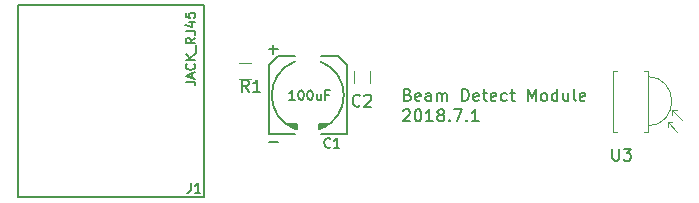
<source format=gbr>
G04 #@! TF.FileFunction,Legend,Top*
%FSLAX46Y46*%
G04 Gerber Fmt 4.6, Leading zero omitted, Abs format (unit mm)*
G04 Created by KiCad (PCBNEW 4.0.7) date 06/27/18 11:03:54*
%MOMM*%
%LPD*%
G01*
G04 APERTURE LIST*
%ADD10C,0.150000*%
%ADD11C,0.203200*%
%ADD12C,0.120000*%
%ADD13C,0.149860*%
G04 APERTURE END LIST*
D10*
D11*
X65350571Y-45164829D02*
X65495714Y-45213210D01*
X65544095Y-45261590D01*
X65592476Y-45358352D01*
X65592476Y-45503495D01*
X65544095Y-45600257D01*
X65495714Y-45648638D01*
X65398952Y-45697019D01*
X65011905Y-45697019D01*
X65011905Y-44681019D01*
X65350571Y-44681019D01*
X65447333Y-44729400D01*
X65495714Y-44777781D01*
X65544095Y-44874543D01*
X65544095Y-44971305D01*
X65495714Y-45068067D01*
X65447333Y-45116448D01*
X65350571Y-45164829D01*
X65011905Y-45164829D01*
X66414952Y-45648638D02*
X66318190Y-45697019D01*
X66124667Y-45697019D01*
X66027905Y-45648638D01*
X65979524Y-45551876D01*
X65979524Y-45164829D01*
X66027905Y-45068067D01*
X66124667Y-45019686D01*
X66318190Y-45019686D01*
X66414952Y-45068067D01*
X66463333Y-45164829D01*
X66463333Y-45261590D01*
X65979524Y-45358352D01*
X67334190Y-45697019D02*
X67334190Y-45164829D01*
X67285809Y-45068067D01*
X67189047Y-45019686D01*
X66995524Y-45019686D01*
X66898762Y-45068067D01*
X67334190Y-45648638D02*
X67237428Y-45697019D01*
X66995524Y-45697019D01*
X66898762Y-45648638D01*
X66850381Y-45551876D01*
X66850381Y-45455114D01*
X66898762Y-45358352D01*
X66995524Y-45309971D01*
X67237428Y-45309971D01*
X67334190Y-45261590D01*
X67818000Y-45697019D02*
X67818000Y-45019686D01*
X67818000Y-45116448D02*
X67866381Y-45068067D01*
X67963143Y-45019686D01*
X68108285Y-45019686D01*
X68205047Y-45068067D01*
X68253428Y-45164829D01*
X68253428Y-45697019D01*
X68253428Y-45164829D02*
X68301809Y-45068067D01*
X68398571Y-45019686D01*
X68543714Y-45019686D01*
X68640476Y-45068067D01*
X68688857Y-45164829D01*
X68688857Y-45697019D01*
X69946762Y-45697019D02*
X69946762Y-44681019D01*
X70188667Y-44681019D01*
X70333809Y-44729400D01*
X70430571Y-44826162D01*
X70478952Y-44922924D01*
X70527333Y-45116448D01*
X70527333Y-45261590D01*
X70478952Y-45455114D01*
X70430571Y-45551876D01*
X70333809Y-45648638D01*
X70188667Y-45697019D01*
X69946762Y-45697019D01*
X71349809Y-45648638D02*
X71253047Y-45697019D01*
X71059524Y-45697019D01*
X70962762Y-45648638D01*
X70914381Y-45551876D01*
X70914381Y-45164829D01*
X70962762Y-45068067D01*
X71059524Y-45019686D01*
X71253047Y-45019686D01*
X71349809Y-45068067D01*
X71398190Y-45164829D01*
X71398190Y-45261590D01*
X70914381Y-45358352D01*
X71688476Y-45019686D02*
X72075524Y-45019686D01*
X71833619Y-44681019D02*
X71833619Y-45551876D01*
X71882000Y-45648638D01*
X71978762Y-45697019D01*
X72075524Y-45697019D01*
X72801237Y-45648638D02*
X72704475Y-45697019D01*
X72510952Y-45697019D01*
X72414190Y-45648638D01*
X72365809Y-45551876D01*
X72365809Y-45164829D01*
X72414190Y-45068067D01*
X72510952Y-45019686D01*
X72704475Y-45019686D01*
X72801237Y-45068067D01*
X72849618Y-45164829D01*
X72849618Y-45261590D01*
X72365809Y-45358352D01*
X73720475Y-45648638D02*
X73623713Y-45697019D01*
X73430190Y-45697019D01*
X73333428Y-45648638D01*
X73285047Y-45600257D01*
X73236666Y-45503495D01*
X73236666Y-45213210D01*
X73285047Y-45116448D01*
X73333428Y-45068067D01*
X73430190Y-45019686D01*
X73623713Y-45019686D01*
X73720475Y-45068067D01*
X74010761Y-45019686D02*
X74397809Y-45019686D01*
X74155904Y-44681019D02*
X74155904Y-45551876D01*
X74204285Y-45648638D01*
X74301047Y-45697019D01*
X74397809Y-45697019D01*
X75510570Y-45697019D02*
X75510570Y-44681019D01*
X75849236Y-45406733D01*
X76187903Y-44681019D01*
X76187903Y-45697019D01*
X76816856Y-45697019D02*
X76720094Y-45648638D01*
X76671713Y-45600257D01*
X76623332Y-45503495D01*
X76623332Y-45213210D01*
X76671713Y-45116448D01*
X76720094Y-45068067D01*
X76816856Y-45019686D01*
X76961998Y-45019686D01*
X77058760Y-45068067D01*
X77107141Y-45116448D01*
X77155522Y-45213210D01*
X77155522Y-45503495D01*
X77107141Y-45600257D01*
X77058760Y-45648638D01*
X76961998Y-45697019D01*
X76816856Y-45697019D01*
X78026379Y-45697019D02*
X78026379Y-44681019D01*
X78026379Y-45648638D02*
X77929617Y-45697019D01*
X77736094Y-45697019D01*
X77639332Y-45648638D01*
X77590951Y-45600257D01*
X77542570Y-45503495D01*
X77542570Y-45213210D01*
X77590951Y-45116448D01*
X77639332Y-45068067D01*
X77736094Y-45019686D01*
X77929617Y-45019686D01*
X78026379Y-45068067D01*
X78945617Y-45019686D02*
X78945617Y-45697019D01*
X78510189Y-45019686D02*
X78510189Y-45551876D01*
X78558570Y-45648638D01*
X78655332Y-45697019D01*
X78800474Y-45697019D01*
X78897236Y-45648638D01*
X78945617Y-45600257D01*
X79574570Y-45697019D02*
X79477808Y-45648638D01*
X79429427Y-45551876D01*
X79429427Y-44681019D01*
X80348664Y-45648638D02*
X80251902Y-45697019D01*
X80058379Y-45697019D01*
X79961617Y-45648638D01*
X79913236Y-45551876D01*
X79913236Y-45164829D01*
X79961617Y-45068067D01*
X80058379Y-45019686D01*
X80251902Y-45019686D01*
X80348664Y-45068067D01*
X80397045Y-45164829D01*
X80397045Y-45261590D01*
X79913236Y-45358352D01*
X64963524Y-46504981D02*
X65011905Y-46456600D01*
X65108667Y-46408219D01*
X65350571Y-46408219D01*
X65447333Y-46456600D01*
X65495714Y-46504981D01*
X65544095Y-46601743D01*
X65544095Y-46698505D01*
X65495714Y-46843648D01*
X64915143Y-47424219D01*
X65544095Y-47424219D01*
X66173048Y-46408219D02*
X66269809Y-46408219D01*
X66366571Y-46456600D01*
X66414952Y-46504981D01*
X66463333Y-46601743D01*
X66511714Y-46795267D01*
X66511714Y-47037171D01*
X66463333Y-47230695D01*
X66414952Y-47327457D01*
X66366571Y-47375838D01*
X66269809Y-47424219D01*
X66173048Y-47424219D01*
X66076286Y-47375838D01*
X66027905Y-47327457D01*
X65979524Y-47230695D01*
X65931143Y-47037171D01*
X65931143Y-46795267D01*
X65979524Y-46601743D01*
X66027905Y-46504981D01*
X66076286Y-46456600D01*
X66173048Y-46408219D01*
X67479333Y-47424219D02*
X66898762Y-47424219D01*
X67189048Y-47424219D02*
X67189048Y-46408219D01*
X67092286Y-46553362D01*
X66995524Y-46650124D01*
X66898762Y-46698505D01*
X68059905Y-46843648D02*
X67963143Y-46795267D01*
X67914762Y-46746886D01*
X67866381Y-46650124D01*
X67866381Y-46601743D01*
X67914762Y-46504981D01*
X67963143Y-46456600D01*
X68059905Y-46408219D01*
X68253428Y-46408219D01*
X68350190Y-46456600D01*
X68398571Y-46504981D01*
X68446952Y-46601743D01*
X68446952Y-46650124D01*
X68398571Y-46746886D01*
X68350190Y-46795267D01*
X68253428Y-46843648D01*
X68059905Y-46843648D01*
X67963143Y-46892029D01*
X67914762Y-46940410D01*
X67866381Y-47037171D01*
X67866381Y-47230695D01*
X67914762Y-47327457D01*
X67963143Y-47375838D01*
X68059905Y-47424219D01*
X68253428Y-47424219D01*
X68350190Y-47375838D01*
X68398571Y-47327457D01*
X68446952Y-47230695D01*
X68446952Y-47037171D01*
X68398571Y-46940410D01*
X68350190Y-46892029D01*
X68253428Y-46843648D01*
X68882381Y-47327457D02*
X68930762Y-47375838D01*
X68882381Y-47424219D01*
X68834000Y-47375838D01*
X68882381Y-47327457D01*
X68882381Y-47424219D01*
X69269429Y-46408219D02*
X69946762Y-46408219D01*
X69511334Y-47424219D01*
X70333810Y-47327457D02*
X70382191Y-47375838D01*
X70333810Y-47424219D01*
X70285429Y-47375838D01*
X70333810Y-47327457D01*
X70333810Y-47424219D01*
X71349810Y-47424219D02*
X70769239Y-47424219D01*
X71059525Y-47424219D02*
X71059525Y-46408219D01*
X70962763Y-46553362D01*
X70866001Y-46650124D01*
X70769239Y-46698505D01*
D12*
X60788000Y-44188000D02*
X60788000Y-43188000D01*
X62148000Y-43188000D02*
X62148000Y-44188000D01*
D13*
X32312000Y-37590000D02*
X48062000Y-37590000D01*
X48062000Y-37590000D02*
X48062000Y-53850000D01*
X48062000Y-53850000D02*
X32312000Y-53850000D01*
X32312000Y-53850000D02*
X32312000Y-37590000D01*
D12*
X83041000Y-43120000D02*
X82701000Y-43120000D01*
X82701000Y-43120000D02*
X82701000Y-48320000D01*
X82701000Y-48320000D02*
X83041000Y-48320000D01*
X85361000Y-43120000D02*
X85701000Y-43120000D01*
X85701000Y-43120000D02*
X85701000Y-48320000D01*
X85701000Y-48320000D02*
X85361000Y-48320000D01*
X87351000Y-47490000D02*
X87351000Y-47890000D01*
X87351000Y-47490000D02*
X87751000Y-47490000D01*
X87351000Y-47490000D02*
X88151000Y-48290000D01*
X87751000Y-46490000D02*
X88551000Y-47290000D01*
X87751000Y-46490000D02*
X88151000Y-46490000D01*
X87751000Y-46490000D02*
X87751000Y-46890000D01*
X85702736Y-47819917D02*
G75*
G03X85701000Y-43620000I-101736J2099917D01*
G01*
D13*
X55829200Y-48082200D02*
X55956200Y-48082200D01*
X57835800Y-48056800D02*
X57937400Y-48056800D01*
X57957233Y-48058882D02*
G75*
G03X57962800Y-42367200I-1061233J2846882D01*
G01*
X55818104Y-42345949D02*
G75*
G03X55829200Y-48082200I1077896J-2866051D01*
G01*
X58064400Y-48006000D02*
X57835800Y-48006000D01*
X58318400Y-47879000D02*
X57835800Y-47879000D01*
X58521600Y-47752000D02*
X57835800Y-47752000D01*
X58699400Y-47625000D02*
X57835800Y-47625000D01*
X57835800Y-47625000D02*
X57835800Y-48056800D01*
X55956200Y-47625000D02*
X55956200Y-48082200D01*
X55676800Y-48006000D02*
X55956200Y-48006000D01*
X55422800Y-47879000D02*
X55956200Y-47879000D01*
X55219600Y-47752000D02*
X55956200Y-47752000D01*
X55041800Y-47625000D02*
X55956200Y-47625000D01*
X53594000Y-48514000D02*
X55778400Y-48514000D01*
X60198000Y-48514000D02*
X58013600Y-48514000D01*
X54356000Y-41910000D02*
X55778400Y-41910000D01*
X58039000Y-41910000D02*
X59436000Y-41910000D01*
X53594000Y-49174400D02*
X54356000Y-49174400D01*
X60198000Y-48514000D02*
X60198000Y-42672000D01*
X60198000Y-42672000D02*
X59436000Y-41910000D01*
X54356000Y-41910000D02*
X53594000Y-42672000D01*
X53594000Y-42672000D02*
X53594000Y-48514000D01*
X53949600Y-40944800D02*
X53949600Y-41706800D01*
X53594000Y-41325800D02*
X54356000Y-41325800D01*
D12*
X52062000Y-43860000D02*
X51062000Y-43860000D01*
X51062000Y-42500000D02*
X52062000Y-42500000D01*
D10*
X61301334Y-46077143D02*
X61253715Y-46124762D01*
X61110858Y-46172381D01*
X61015620Y-46172381D01*
X60872762Y-46124762D01*
X60777524Y-46029524D01*
X60729905Y-45934286D01*
X60682286Y-45743810D01*
X60682286Y-45600952D01*
X60729905Y-45410476D01*
X60777524Y-45315238D01*
X60872762Y-45220000D01*
X61015620Y-45172381D01*
X61110858Y-45172381D01*
X61253715Y-45220000D01*
X61301334Y-45267619D01*
X61682286Y-45267619D02*
X61729905Y-45220000D01*
X61825143Y-45172381D01*
X62063239Y-45172381D01*
X62158477Y-45220000D01*
X62206096Y-45267619D01*
X62253715Y-45362857D01*
X62253715Y-45458095D01*
X62206096Y-45600952D01*
X61634667Y-46172381D01*
X62253715Y-46172381D01*
X46977334Y-52647905D02*
X46977334Y-53219333D01*
X46939238Y-53333619D01*
X46863048Y-53409810D01*
X46748762Y-53447905D01*
X46672572Y-53447905D01*
X47777334Y-53447905D02*
X47320191Y-53447905D01*
X47548762Y-53447905D02*
X47548762Y-52647905D01*
X47472572Y-52762190D01*
X47396381Y-52838381D01*
X47320191Y-52876476D01*
X46551905Y-44075000D02*
X47123333Y-44075000D01*
X47237619Y-44113096D01*
X47313810Y-44189286D01*
X47351905Y-44303572D01*
X47351905Y-44379762D01*
X47123333Y-43732143D02*
X47123333Y-43351191D01*
X47351905Y-43808334D02*
X46551905Y-43541667D01*
X47351905Y-43275000D01*
X47275714Y-42551191D02*
X47313810Y-42589286D01*
X47351905Y-42703572D01*
X47351905Y-42779762D01*
X47313810Y-42894048D01*
X47237619Y-42970239D01*
X47161429Y-43008334D01*
X47009048Y-43046429D01*
X46894762Y-43046429D01*
X46742381Y-43008334D01*
X46666190Y-42970239D01*
X46590000Y-42894048D01*
X46551905Y-42779762D01*
X46551905Y-42703572D01*
X46590000Y-42589286D01*
X46628095Y-42551191D01*
X47351905Y-42208334D02*
X46551905Y-42208334D01*
X47351905Y-41751191D02*
X46894762Y-42094048D01*
X46551905Y-41751191D02*
X47009048Y-42208334D01*
X47428095Y-41598810D02*
X47428095Y-40989286D01*
X47351905Y-40341667D02*
X46970952Y-40608334D01*
X47351905Y-40798810D02*
X46551905Y-40798810D01*
X46551905Y-40494048D01*
X46590000Y-40417857D01*
X46628095Y-40379762D01*
X46704286Y-40341667D01*
X46818571Y-40341667D01*
X46894762Y-40379762D01*
X46932857Y-40417857D01*
X46970952Y-40494048D01*
X46970952Y-40798810D01*
X46551905Y-39770238D02*
X47123333Y-39770238D01*
X47237619Y-39808334D01*
X47313810Y-39884524D01*
X47351905Y-39998810D01*
X47351905Y-40075000D01*
X46818571Y-39046429D02*
X47351905Y-39046429D01*
X46513810Y-39236905D02*
X47085238Y-39427381D01*
X47085238Y-38932143D01*
X46551905Y-38246428D02*
X46551905Y-38627381D01*
X46932857Y-38665476D01*
X46894762Y-38627381D01*
X46856667Y-38551190D01*
X46856667Y-38360714D01*
X46894762Y-38284524D01*
X46932857Y-38246428D01*
X47009048Y-38208333D01*
X47199524Y-38208333D01*
X47275714Y-38246428D01*
X47313810Y-38284524D01*
X47351905Y-38360714D01*
X47351905Y-38551190D01*
X47313810Y-38627381D01*
X47275714Y-38665476D01*
X82677095Y-49744381D02*
X82677095Y-50553905D01*
X82724714Y-50649143D01*
X82772333Y-50696762D01*
X82867571Y-50744381D01*
X83058048Y-50744381D01*
X83153286Y-50696762D01*
X83200905Y-50649143D01*
X83248524Y-50553905D01*
X83248524Y-49744381D01*
X83629476Y-49744381D02*
X84248524Y-49744381D01*
X83915190Y-50125333D01*
X84058048Y-50125333D01*
X84153286Y-50172952D01*
X84200905Y-50220571D01*
X84248524Y-50315810D01*
X84248524Y-50553905D01*
X84200905Y-50649143D01*
X84153286Y-50696762D01*
X84058048Y-50744381D01*
X83772333Y-50744381D01*
X83677095Y-50696762D01*
X83629476Y-50649143D01*
X58794667Y-49561714D02*
X58756572Y-49599810D01*
X58642286Y-49637905D01*
X58566096Y-49637905D01*
X58451810Y-49599810D01*
X58375619Y-49523619D01*
X58337524Y-49447429D01*
X58299429Y-49295048D01*
X58299429Y-49180762D01*
X58337524Y-49028381D01*
X58375619Y-48952190D01*
X58451810Y-48876000D01*
X58566096Y-48837905D01*
X58642286Y-48837905D01*
X58756572Y-48876000D01*
X58794667Y-48914095D01*
X59556572Y-49637905D02*
X59099429Y-49637905D01*
X59328000Y-49637905D02*
X59328000Y-48837905D01*
X59251810Y-48952190D01*
X59175619Y-49028381D01*
X59099429Y-49066476D01*
X55784905Y-45599305D02*
X55327762Y-45599305D01*
X55556333Y-45599305D02*
X55556333Y-44799305D01*
X55480143Y-44913590D01*
X55403952Y-44989781D01*
X55327762Y-45027876D01*
X56280143Y-44799305D02*
X56356334Y-44799305D01*
X56432524Y-44837400D01*
X56470619Y-44875495D01*
X56508715Y-44951686D01*
X56546810Y-45104067D01*
X56546810Y-45294543D01*
X56508715Y-45446924D01*
X56470619Y-45523114D01*
X56432524Y-45561210D01*
X56356334Y-45599305D01*
X56280143Y-45599305D01*
X56203953Y-45561210D01*
X56165857Y-45523114D01*
X56127762Y-45446924D01*
X56089667Y-45294543D01*
X56089667Y-45104067D01*
X56127762Y-44951686D01*
X56165857Y-44875495D01*
X56203953Y-44837400D01*
X56280143Y-44799305D01*
X57042048Y-44799305D02*
X57118239Y-44799305D01*
X57194429Y-44837400D01*
X57232524Y-44875495D01*
X57270620Y-44951686D01*
X57308715Y-45104067D01*
X57308715Y-45294543D01*
X57270620Y-45446924D01*
X57232524Y-45523114D01*
X57194429Y-45561210D01*
X57118239Y-45599305D01*
X57042048Y-45599305D01*
X56965858Y-45561210D01*
X56927762Y-45523114D01*
X56889667Y-45446924D01*
X56851572Y-45294543D01*
X56851572Y-45104067D01*
X56889667Y-44951686D01*
X56927762Y-44875495D01*
X56965858Y-44837400D01*
X57042048Y-44799305D01*
X57994429Y-45065971D02*
X57994429Y-45599305D01*
X57651572Y-45065971D02*
X57651572Y-45485019D01*
X57689667Y-45561210D01*
X57765858Y-45599305D01*
X57880144Y-45599305D01*
X57956334Y-45561210D01*
X57994429Y-45523114D01*
X58642049Y-45180257D02*
X58375382Y-45180257D01*
X58375382Y-45599305D02*
X58375382Y-44799305D01*
X58756335Y-44799305D01*
X51903334Y-44902381D02*
X51570000Y-44426190D01*
X51331905Y-44902381D02*
X51331905Y-43902381D01*
X51712858Y-43902381D01*
X51808096Y-43950000D01*
X51855715Y-43997619D01*
X51903334Y-44092857D01*
X51903334Y-44235714D01*
X51855715Y-44330952D01*
X51808096Y-44378571D01*
X51712858Y-44426190D01*
X51331905Y-44426190D01*
X52855715Y-44902381D02*
X52284286Y-44902381D01*
X52570000Y-44902381D02*
X52570000Y-43902381D01*
X52474762Y-44045238D01*
X52379524Y-44140476D01*
X52284286Y-44188095D01*
M02*

</source>
